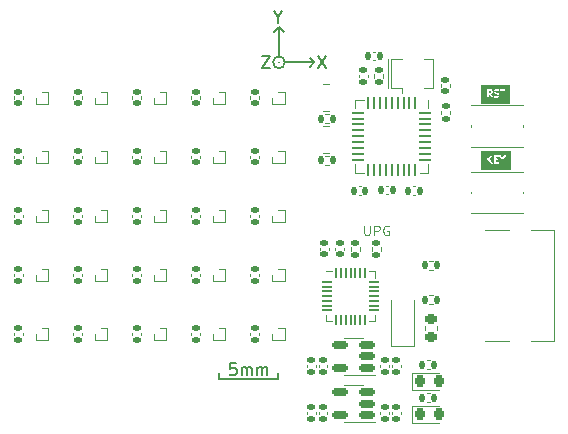
<source format=gto>
G04 #@! TF.GenerationSoftware,KiCad,Pcbnew,(7.0.0)*
G04 #@! TF.CreationDate,2024-04-08T21:26:30+08:00*
G04 #@! TF.ProjectId,LocateMagnet,4c6f6361-7465-44d6-9167-6e65742e6b69,2.0*
G04 #@! TF.SameCoordinates,Original*
G04 #@! TF.FileFunction,Legend,Top*
G04 #@! TF.FilePolarity,Positive*
%FSLAX46Y46*%
G04 Gerber Fmt 4.6, Leading zero omitted, Abs format (unit mm)*
G04 Created by KiCad (PCBNEW (7.0.0)) date 2024-04-08 21:26:30*
%MOMM*%
%LPD*%
G01*
G04 APERTURE LIST*
G04 Aperture macros list*
%AMRoundRect*
0 Rectangle with rounded corners*
0 $1 Rounding radius*
0 $2 $3 $4 $5 $6 $7 $8 $9 X,Y pos of 4 corners*
0 Add a 4 corners polygon primitive as box body*
4,1,4,$2,$3,$4,$5,$6,$7,$8,$9,$2,$3,0*
0 Add four circle primitives for the rounded corners*
1,1,$1+$1,$2,$3*
1,1,$1+$1,$4,$5*
1,1,$1+$1,$6,$7*
1,1,$1+$1,$8,$9*
0 Add four rect primitives between the rounded corners*
20,1,$1+$1,$2,$3,$4,$5,0*
20,1,$1+$1,$4,$5,$6,$7,0*
20,1,$1+$1,$6,$7,$8,$9,0*
20,1,$1+$1,$8,$9,$2,$3,0*%
G04 Aperture macros list end*
%ADD10C,0.150000*%
%ADD11C,0.100000*%
%ADD12C,0.120000*%
%ADD13RoundRect,0.140000X-0.170000X0.140000X-0.170000X-0.140000X0.170000X-0.140000X0.170000X0.140000X0*%
%ADD14RoundRect,0.140000X0.170000X-0.140000X0.170000X0.140000X-0.170000X0.140000X-0.170000X-0.140000X0*%
%ADD15C,0.250000*%
%ADD16R,0.400000X1.900000*%
%ADD17C,0.650000*%
%ADD18R,1.450000X0.600000*%
%ADD19R,1.450000X0.300000*%
%ADD20O,2.100000X1.000000*%
%ADD21O,1.600000X1.000000*%
%ADD22RoundRect,0.150000X0.512500X0.150000X-0.512500X0.150000X-0.512500X-0.150000X0.512500X-0.150000X0*%
%ADD23C,3.200000*%
%ADD24RoundRect,0.135000X0.135000X0.185000X-0.135000X0.185000X-0.135000X-0.185000X0.135000X-0.185000X0*%
%ADD25RoundRect,0.218750X-0.218750X-0.256250X0.218750X-0.256250X0.218750X0.256250X-0.218750X0.256250X0*%
%ADD26RoundRect,0.135000X0.185000X-0.135000X0.185000X0.135000X-0.185000X0.135000X-0.185000X-0.135000X0*%
%ADD27R,0.500000X0.320000*%
%ADD28R,1.050000X0.650000*%
%ADD29R,1.100000X1.100000*%
%ADD30RoundRect,0.135000X-0.135000X-0.185000X0.135000X-0.185000X0.135000X0.185000X-0.135000X0.185000X0*%
%ADD31RoundRect,0.062500X-0.062500X0.475000X-0.062500X-0.475000X0.062500X-0.475000X0.062500X0.475000X0*%
%ADD32RoundRect,0.062500X-0.475000X0.062500X-0.475000X-0.062500X0.475000X-0.062500X0.475000X0.062500X0*%
%ADD33R,4.100000X4.100000*%
%ADD34RoundRect,0.218750X-0.256250X0.218750X-0.256250X-0.218750X0.256250X-0.218750X0.256250X0.218750X0*%
%ADD35RoundRect,0.140000X0.140000X0.170000X-0.140000X0.170000X-0.140000X-0.170000X0.140000X-0.170000X0*%
%ADD36RoundRect,0.050000X-0.337400X-0.050000X0.337400X-0.050000X0.337400X0.050000X-0.337400X0.050000X0*%
%ADD37RoundRect,0.050000X-0.050000X-0.337400X0.050000X-0.337400X0.050000X0.337400X-0.050000X0.337400X0*%
%ADD38RoundRect,0.050200X-0.050200X-0.337200X0.050200X-0.337200X0.050200X0.337200X-0.050200X0.337200X0*%
%ADD39R,2.800000X2.800000*%
%ADD40RoundRect,0.140000X-0.140000X-0.170000X0.140000X-0.170000X0.140000X0.170000X-0.140000X0.170000X0*%
%ADD41RoundRect,0.135000X-0.185000X0.135000X-0.185000X-0.135000X0.185000X-0.135000X0.185000X0.135000X0*%
G04 APERTURE END LIST*
D10*
X94800000Y-74000000D02*
X94800000Y-73500000D01*
X100350000Y-47200000D02*
X102850000Y-47200000D01*
X99800000Y-74000000D02*
X94800000Y-74000000D01*
X99850000Y-46700000D02*
X99850000Y-44200000D01*
X102850000Y-47200000D02*
X102450000Y-46800000D01*
X102850000Y-47200000D02*
X102450000Y-47600000D01*
X99800000Y-74000000D02*
X99800000Y-73500000D01*
X100350000Y-47200000D02*
G75*
G03*
X100350000Y-47200000I-500000J0D01*
G01*
X99850000Y-44200000D02*
X99450000Y-44600000D01*
X99850001Y-47200000D02*
G75*
G03*
X99850001Y-47200000I-1J0D01*
G01*
X99850000Y-44200000D02*
X100250000Y-44600000D01*
X99450000Y-44600000D02*
X99850000Y-44200000D01*
X96214285Y-72682380D02*
X95738095Y-72682380D01*
X95738095Y-72682380D02*
X95690476Y-73158571D01*
X95690476Y-73158571D02*
X95738095Y-73110952D01*
X95738095Y-73110952D02*
X95833333Y-73063333D01*
X95833333Y-73063333D02*
X96071428Y-73063333D01*
X96071428Y-73063333D02*
X96166666Y-73110952D01*
X96166666Y-73110952D02*
X96214285Y-73158571D01*
X96214285Y-73158571D02*
X96261904Y-73253809D01*
X96261904Y-73253809D02*
X96261904Y-73491904D01*
X96261904Y-73491904D02*
X96214285Y-73587142D01*
X96214285Y-73587142D02*
X96166666Y-73634761D01*
X96166666Y-73634761D02*
X96071428Y-73682380D01*
X96071428Y-73682380D02*
X95833333Y-73682380D01*
X95833333Y-73682380D02*
X95738095Y-73634761D01*
X95738095Y-73634761D02*
X95690476Y-73587142D01*
X96690476Y-73682380D02*
X96690476Y-73015714D01*
X96690476Y-73110952D02*
X96738095Y-73063333D01*
X96738095Y-73063333D02*
X96833333Y-73015714D01*
X96833333Y-73015714D02*
X96976190Y-73015714D01*
X96976190Y-73015714D02*
X97071428Y-73063333D01*
X97071428Y-73063333D02*
X97119047Y-73158571D01*
X97119047Y-73158571D02*
X97119047Y-73682380D01*
X97119047Y-73158571D02*
X97166666Y-73063333D01*
X97166666Y-73063333D02*
X97261904Y-73015714D01*
X97261904Y-73015714D02*
X97404761Y-73015714D01*
X97404761Y-73015714D02*
X97500000Y-73063333D01*
X97500000Y-73063333D02*
X97547619Y-73158571D01*
X97547619Y-73158571D02*
X97547619Y-73682380D01*
X98023809Y-73682380D02*
X98023809Y-73015714D01*
X98023809Y-73110952D02*
X98071428Y-73063333D01*
X98071428Y-73063333D02*
X98166666Y-73015714D01*
X98166666Y-73015714D02*
X98309523Y-73015714D01*
X98309523Y-73015714D02*
X98404761Y-73063333D01*
X98404761Y-73063333D02*
X98452380Y-73158571D01*
X98452380Y-73158571D02*
X98452380Y-73682380D01*
X98452380Y-73158571D02*
X98499999Y-73063333D01*
X98499999Y-73063333D02*
X98595237Y-73015714D01*
X98595237Y-73015714D02*
X98738094Y-73015714D01*
X98738094Y-73015714D02*
X98833333Y-73063333D01*
X98833333Y-73063333D02*
X98880952Y-73158571D01*
X98880952Y-73158571D02*
X98880952Y-73682380D01*
D11*
X107090476Y-61025904D02*
X107090476Y-61673523D01*
X107090476Y-61673523D02*
X107128571Y-61749714D01*
X107128571Y-61749714D02*
X107166666Y-61787809D01*
X107166666Y-61787809D02*
X107242857Y-61825904D01*
X107242857Y-61825904D02*
X107395238Y-61825904D01*
X107395238Y-61825904D02*
X107471428Y-61787809D01*
X107471428Y-61787809D02*
X107509523Y-61749714D01*
X107509523Y-61749714D02*
X107547619Y-61673523D01*
X107547619Y-61673523D02*
X107547619Y-61025904D01*
X107928571Y-61825904D02*
X107928571Y-61025904D01*
X107928571Y-61025904D02*
X108233333Y-61025904D01*
X108233333Y-61025904D02*
X108309523Y-61064000D01*
X108309523Y-61064000D02*
X108347618Y-61102095D01*
X108347618Y-61102095D02*
X108385714Y-61178285D01*
X108385714Y-61178285D02*
X108385714Y-61292571D01*
X108385714Y-61292571D02*
X108347618Y-61368761D01*
X108347618Y-61368761D02*
X108309523Y-61406857D01*
X108309523Y-61406857D02*
X108233333Y-61444952D01*
X108233333Y-61444952D02*
X107928571Y-61444952D01*
X109147618Y-61064000D02*
X109071428Y-61025904D01*
X109071428Y-61025904D02*
X108957142Y-61025904D01*
X108957142Y-61025904D02*
X108842856Y-61064000D01*
X108842856Y-61064000D02*
X108766666Y-61140190D01*
X108766666Y-61140190D02*
X108728571Y-61216380D01*
X108728571Y-61216380D02*
X108690475Y-61368761D01*
X108690475Y-61368761D02*
X108690475Y-61483047D01*
X108690475Y-61483047D02*
X108728571Y-61635428D01*
X108728571Y-61635428D02*
X108766666Y-61711619D01*
X108766666Y-61711619D02*
X108842856Y-61787809D01*
X108842856Y-61787809D02*
X108957142Y-61825904D01*
X108957142Y-61825904D02*
X109033333Y-61825904D01*
X109033333Y-61825904D02*
X109147618Y-61787809D01*
X109147618Y-61787809D02*
X109185714Y-61749714D01*
X109185714Y-61749714D02*
X109185714Y-61483047D01*
X109185714Y-61483047D02*
X109033333Y-61483047D01*
D10*
G36*
X117769858Y-49610639D02*
G01*
X117781218Y-49621999D01*
X117796428Y-49652419D01*
X117796428Y-49702723D01*
X117781216Y-49733144D01*
X117769857Y-49744503D01*
X117739437Y-49759714D01*
X117675300Y-49759714D01*
X117657255Y-49757844D01*
X117653555Y-49759714D01*
X117603571Y-49759714D01*
X117603571Y-49595428D01*
X117739437Y-49595428D01*
X117769858Y-49610639D01*
G37*
G36*
X119452500Y-50698214D02*
G01*
X116947500Y-50698214D01*
X116947500Y-49845838D01*
X117451201Y-49845838D01*
X117453571Y-49851028D01*
X117453571Y-50131210D01*
X117462814Y-50162688D01*
X117496100Y-50191530D01*
X117539695Y-50197798D01*
X117579759Y-50179502D01*
X117603571Y-50142450D01*
X117603571Y-49909714D01*
X117632379Y-49909714D01*
X117816168Y-50172270D01*
X117841792Y-50192758D01*
X117885601Y-50197298D01*
X117924910Y-50177432D01*
X117947239Y-50139468D01*
X117945499Y-50095459D01*
X117804943Y-49894665D01*
X117839415Y-49877429D01*
X117851746Y-49874747D01*
X117866370Y-49860122D01*
X117881491Y-49846057D01*
X117881853Y-49844639D01*
X117889241Y-49837251D01*
X117900089Y-49830809D01*
X117909336Y-49812313D01*
X117919235Y-49794186D01*
X117919130Y-49792727D01*
X117936705Y-49757578D01*
X117946428Y-49742450D01*
X117946428Y-49727121D01*
X117949142Y-49712038D01*
X117946428Y-49705494D01*
X117946428Y-49643105D01*
X118022285Y-49643105D01*
X118024999Y-49649649D01*
X118024999Y-49687822D01*
X118023069Y-49705701D01*
X118029923Y-49719410D01*
X118034242Y-49734117D01*
X118039597Y-49738757D01*
X118057283Y-49774130D01*
X118059966Y-49786461D01*
X118074590Y-49801085D01*
X118088656Y-49816206D01*
X118090073Y-49816568D01*
X118097459Y-49823954D01*
X118103904Y-49834805D01*
X118122406Y-49844056D01*
X118140527Y-49853950D01*
X118141986Y-49853845D01*
X118168795Y-49867249D01*
X118174730Y-49873561D01*
X118188108Y-49876905D01*
X118190389Y-49878046D01*
X118198525Y-49879510D01*
X118302395Y-49905478D01*
X118341285Y-49924923D01*
X118352645Y-49936283D01*
X118367856Y-49966705D01*
X118367856Y-49988437D01*
X118352645Y-50018859D01*
X118341286Y-50030218D01*
X118310867Y-50045428D01*
X118197885Y-50045428D01*
X118113487Y-50017296D01*
X118080701Y-50016111D01*
X118042814Y-50038568D01*
X118023082Y-50077944D01*
X118027770Y-50121738D01*
X118055390Y-50156045D01*
X118153077Y-50188606D01*
X118163692Y-50195428D01*
X118184372Y-50195428D01*
X118205011Y-50196174D01*
X118206270Y-50195428D01*
X118324534Y-50195428D01*
X118342414Y-50197359D01*
X118356126Y-50190502D01*
X118370831Y-50186185D01*
X118375470Y-50180831D01*
X118410845Y-50163143D01*
X118423176Y-50160461D01*
X118437790Y-50145846D01*
X118452920Y-50131773D01*
X118453282Y-50130353D01*
X118460669Y-50122966D01*
X118471519Y-50116523D01*
X118480765Y-50098029D01*
X118490665Y-50079899D01*
X118490560Y-50078438D01*
X118508131Y-50043295D01*
X118517856Y-50028164D01*
X118517856Y-50012833D01*
X118520570Y-49997750D01*
X118517856Y-49991206D01*
X118517856Y-49953041D01*
X118519787Y-49935157D01*
X118512930Y-49921444D01*
X118508613Y-49906740D01*
X118503258Y-49902100D01*
X118485572Y-49866727D01*
X118482890Y-49854397D01*
X118468268Y-49839774D01*
X118454201Y-49824651D01*
X118452782Y-49824288D01*
X118445397Y-49816903D01*
X118438952Y-49806051D01*
X118420444Y-49796797D01*
X118402330Y-49786906D01*
X118400869Y-49787010D01*
X118374060Y-49773606D01*
X118368126Y-49767294D01*
X118354746Y-49763948D01*
X118352468Y-49762810D01*
X118344340Y-49761347D01*
X118240461Y-49735377D01*
X118201568Y-49715931D01*
X118190209Y-49704572D01*
X118174999Y-49674152D01*
X118174999Y-49652419D01*
X118190210Y-49621997D01*
X118201570Y-49610638D01*
X118231990Y-49595428D01*
X118344971Y-49595428D01*
X118429367Y-49623561D01*
X118462153Y-49624747D01*
X118500041Y-49602290D01*
X118519774Y-49562914D01*
X118516417Y-49531552D01*
X118536915Y-49531552D01*
X118555211Y-49571616D01*
X118592263Y-49595428D01*
X118710714Y-49595428D01*
X118710714Y-50131210D01*
X118719957Y-50162688D01*
X118753243Y-50191530D01*
X118796838Y-50197798D01*
X118836902Y-50179502D01*
X118860714Y-50142450D01*
X118860714Y-49595428D01*
X118967925Y-49595428D01*
X118999403Y-49586185D01*
X119028245Y-49552899D01*
X119034513Y-49509304D01*
X119016217Y-49469240D01*
X118979165Y-49445428D01*
X118791074Y-49445428D01*
X118774590Y-49443058D01*
X118769400Y-49445428D01*
X118603503Y-49445428D01*
X118572025Y-49454671D01*
X118543183Y-49487957D01*
X118536915Y-49531552D01*
X118516417Y-49531552D01*
X118515086Y-49519120D01*
X118487466Y-49484813D01*
X118389778Y-49452249D01*
X118379164Y-49445428D01*
X118358485Y-49445428D01*
X118337845Y-49444682D01*
X118336586Y-49445428D01*
X118218319Y-49445428D01*
X118200440Y-49443498D01*
X118186729Y-49450353D01*
X118172025Y-49454671D01*
X118167385Y-49460025D01*
X118132011Y-49477712D01*
X118119681Y-49480395D01*
X118105056Y-49495019D01*
X118089936Y-49509085D01*
X118089573Y-49510502D01*
X118082185Y-49517890D01*
X118071338Y-49524333D01*
X118062094Y-49542820D01*
X118052191Y-49560956D01*
X118052295Y-49562416D01*
X118034721Y-49597563D01*
X118024999Y-49612692D01*
X118024999Y-49628022D01*
X118022285Y-49643105D01*
X117946428Y-49643105D01*
X117946428Y-49638748D01*
X117948358Y-49620869D01*
X117941502Y-49607158D01*
X117937185Y-49592454D01*
X117931830Y-49587814D01*
X117914143Y-49552440D01*
X117911461Y-49540110D01*
X117896836Y-49525485D01*
X117882771Y-49510365D01*
X117881353Y-49510002D01*
X117873965Y-49502614D01*
X117867523Y-49491767D01*
X117849035Y-49482523D01*
X117830900Y-49472620D01*
X117829439Y-49472724D01*
X117794292Y-49455150D01*
X117779164Y-49445428D01*
X117763834Y-49445428D01*
X117748751Y-49442714D01*
X117742207Y-49445428D01*
X117533931Y-49445428D01*
X117517447Y-49443058D01*
X117502294Y-49449977D01*
X117486311Y-49454671D01*
X117482574Y-49458983D01*
X117477383Y-49461354D01*
X117468375Y-49475370D01*
X117457469Y-49487957D01*
X117456657Y-49493603D01*
X117453571Y-49498406D01*
X117453571Y-49515068D01*
X117451201Y-49531552D01*
X117453571Y-49536742D01*
X117453571Y-49829354D01*
X117451201Y-49845838D01*
X116947500Y-49845838D01*
X116947500Y-49101786D01*
X119452500Y-49101786D01*
X119452500Y-50698214D01*
G37*
X103192857Y-46682380D02*
X103859523Y-47682380D01*
X103859523Y-46682380D02*
X103192857Y-47682380D01*
G36*
X119466786Y-56298214D02*
G01*
X116933215Y-56298214D01*
X116933215Y-55446670D01*
X117437906Y-55446670D01*
X117439286Y-55465959D01*
X117439286Y-55731210D01*
X117448529Y-55762688D01*
X117481815Y-55791530D01*
X117525410Y-55797798D01*
X117565474Y-55779502D01*
X117589286Y-55742450D01*
X117589286Y-55494351D01*
X117591885Y-55491751D01*
X117803612Y-55774053D01*
X117829893Y-55793690D01*
X117873827Y-55796792D01*
X117912464Y-55775649D01*
X117933538Y-55736974D01*
X117933145Y-55731552D01*
X118036916Y-55731552D01*
X118043835Y-55746704D01*
X118048529Y-55762688D01*
X118052841Y-55766424D01*
X118055212Y-55771616D01*
X118069228Y-55780623D01*
X118081815Y-55791530D01*
X118087461Y-55792341D01*
X118092264Y-55795428D01*
X118108926Y-55795428D01*
X118125410Y-55797798D01*
X118130600Y-55795428D01*
X118410782Y-55795428D01*
X118442260Y-55786185D01*
X118471102Y-55752899D01*
X118477370Y-55709304D01*
X118459074Y-55669240D01*
X118422022Y-55645428D01*
X118189286Y-55645428D01*
X118189286Y-55481142D01*
X118325068Y-55481142D01*
X118356546Y-55471899D01*
X118385388Y-55438613D01*
X118391656Y-55395018D01*
X118373360Y-55354954D01*
X118336308Y-55331142D01*
X118189286Y-55331142D01*
X118189286Y-55195428D01*
X118410782Y-55195428D01*
X118442260Y-55186185D01*
X118471102Y-55152899D01*
X118472653Y-55142115D01*
X118496330Y-55142115D01*
X118696428Y-55456554D01*
X118696428Y-55731210D01*
X118705671Y-55762688D01*
X118738957Y-55791530D01*
X118782552Y-55797798D01*
X118822616Y-55779502D01*
X118846428Y-55742450D01*
X118846428Y-55456555D01*
X119040491Y-55151597D01*
X119049593Y-55120078D01*
X119036995Y-55077875D01*
X119003581Y-55049182D01*
X118959958Y-55043108D01*
X118919976Y-55061583D01*
X118771428Y-55295016D01*
X118628914Y-55071066D01*
X118604216Y-55049472D01*
X118560650Y-55043009D01*
X118520505Y-55061126D01*
X118496527Y-55098071D01*
X118496330Y-55142115D01*
X118472653Y-55142115D01*
X118477370Y-55109304D01*
X118459074Y-55069240D01*
X118422022Y-55045428D01*
X118119646Y-55045428D01*
X118103162Y-55043058D01*
X118088009Y-55049977D01*
X118072026Y-55054671D01*
X118068289Y-55058983D01*
X118063098Y-55061354D01*
X118054090Y-55075370D01*
X118043184Y-55087957D01*
X118042372Y-55093603D01*
X118039286Y-55098406D01*
X118039286Y-55115068D01*
X118036916Y-55131552D01*
X118039286Y-55136742D01*
X118039286Y-55400782D01*
X118036916Y-55417266D01*
X118039286Y-55422456D01*
X118039286Y-55715068D01*
X118036916Y-55731552D01*
X117933145Y-55731552D01*
X117930356Y-55693045D01*
X117699028Y-55384608D01*
X117917800Y-55165837D01*
X117933523Y-55137043D01*
X117930380Y-55093112D01*
X117903986Y-55057853D01*
X117862719Y-55042461D01*
X117819682Y-55051823D01*
X117589286Y-55282219D01*
X117589286Y-55109646D01*
X117580043Y-55078168D01*
X117546757Y-55049326D01*
X117503162Y-55043058D01*
X117463098Y-55061354D01*
X117439286Y-55098406D01*
X117439286Y-55444143D01*
X117437906Y-55446670D01*
X116933215Y-55446670D01*
X116933215Y-54701786D01*
X119466786Y-54701786D01*
X119466786Y-56298214D01*
G37*
X98392857Y-46682380D02*
X99059523Y-46682380D01*
X99059523Y-46682380D02*
X98392857Y-47682380D01*
X98392857Y-47682380D02*
X99059523Y-47682380D01*
X99778571Y-43406190D02*
X99778571Y-43882380D01*
X99445238Y-42882380D02*
X99778571Y-43406190D01*
X99778571Y-43406190D02*
X100111904Y-42882380D01*
D12*
X110160000Y-76792164D02*
X110160000Y-77007836D01*
X109440000Y-76792164D02*
X109440000Y-77007836D01*
X97440000Y-50307836D02*
X97440000Y-50092164D01*
X98160000Y-50307836D02*
X98160000Y-50092164D01*
X99275000Y-65200000D02*
X99275000Y-65725000D01*
X99275000Y-65725000D02*
X100325000Y-65725000D01*
X100325000Y-64675000D02*
X99800000Y-64675000D01*
X100325000Y-65725000D02*
X100325000Y-64675000D01*
X87440000Y-65307836D02*
X87440000Y-65092164D01*
X88160000Y-65307836D02*
X88160000Y-65092164D01*
X109100000Y-46962500D02*
X109100000Y-48962500D01*
X109100000Y-48962500D02*
X109100000Y-49362500D01*
X109300000Y-46962500D02*
X110300000Y-46962500D01*
X109300000Y-48962500D02*
X109300000Y-46962500D01*
X109300000Y-48962500D02*
X109300000Y-49362500D01*
X110300000Y-49362500D02*
X109300000Y-49362500D01*
X110300000Y-49362500D02*
X110300000Y-49762500D01*
X112100000Y-46962500D02*
X112900000Y-46962500D01*
X112900000Y-46962500D02*
X112900000Y-48962500D01*
X112900000Y-48962500D02*
X112900000Y-49362500D01*
X112900000Y-49362500D02*
X112100000Y-49362500D01*
X87440000Y-60307836D02*
X87440000Y-60092164D01*
X88160000Y-60307836D02*
X88160000Y-60092164D01*
X117300000Y-70800000D02*
X119300000Y-70800000D01*
X121200000Y-70800000D02*
X123100000Y-70800000D01*
X123100000Y-70800000D02*
X123100000Y-61400000D01*
X117300000Y-61400000D02*
X119300000Y-61400000D01*
X121200000Y-61400000D02*
X123100000Y-61400000D01*
X89275000Y-50200000D02*
X89275000Y-50725000D01*
X89275000Y-50725000D02*
X90325000Y-50725000D01*
X90325000Y-49675000D02*
X89800000Y-49675000D01*
X90325000Y-50725000D02*
X90325000Y-49675000D01*
X82440000Y-50307836D02*
X82440000Y-50092164D01*
X83160000Y-50307836D02*
X83160000Y-50092164D01*
X103240000Y-73007836D02*
X103240000Y-72792164D01*
X103960000Y-73007836D02*
X103960000Y-72792164D01*
X84275000Y-70200000D02*
X84275000Y-70725000D01*
X84275000Y-70725000D02*
X85325000Y-70725000D01*
X85325000Y-69675000D02*
X84800000Y-69675000D01*
X85325000Y-70725000D02*
X85325000Y-69675000D01*
X106200000Y-77660000D02*
X108000000Y-77660000D01*
X106200000Y-77660000D02*
X105400000Y-77660000D01*
X106200000Y-74540000D02*
X107000000Y-74540000D01*
X106200000Y-74540000D02*
X105400000Y-74540000D01*
X89275000Y-70200000D02*
X89275000Y-70725000D01*
X89275000Y-70725000D02*
X90325000Y-70725000D01*
X90325000Y-69675000D02*
X89800000Y-69675000D01*
X90325000Y-70725000D02*
X90325000Y-69675000D01*
X99275000Y-70200000D02*
X99275000Y-70725000D01*
X99275000Y-70725000D02*
X100325000Y-70725000D01*
X100325000Y-69675000D02*
X99800000Y-69675000D01*
X100325000Y-70725000D02*
X100325000Y-69675000D01*
X94275000Y-50200000D02*
X94275000Y-50725000D01*
X94275000Y-50725000D02*
X95325000Y-50725000D01*
X95325000Y-49675000D02*
X94800000Y-49675000D01*
X95325000Y-50725000D02*
X95325000Y-49675000D01*
X77440000Y-50307836D02*
X77440000Y-50092164D01*
X78160000Y-50307836D02*
X78160000Y-50092164D01*
X102240000Y-77007836D02*
X102240000Y-76792164D01*
X102960000Y-77007836D02*
X102960000Y-76792164D01*
X104078641Y-55855000D02*
X103771359Y-55855000D01*
X104078641Y-55095000D02*
X103771359Y-55095000D01*
X111115000Y-76265000D02*
X111115000Y-77735000D01*
X111115000Y-77735000D02*
X113400000Y-77735000D01*
X113400000Y-76265000D02*
X111115000Y-76265000D01*
X107920000Y-48516141D02*
X107920000Y-48208859D01*
X108680000Y-48516141D02*
X108680000Y-48208859D01*
X103240000Y-77007836D02*
X103240000Y-76792164D01*
X103960000Y-77007836D02*
X103960000Y-76792164D01*
X104100000Y-49060000D02*
X103600000Y-49060000D01*
X104100000Y-51340000D02*
X103600000Y-51340000D01*
X99275000Y-60200000D02*
X99275000Y-60725000D01*
X99275000Y-60725000D02*
X100325000Y-60725000D01*
X100325000Y-59675000D02*
X99800000Y-59675000D01*
X100325000Y-60725000D02*
X100325000Y-59675000D01*
X89275000Y-60200000D02*
X89275000Y-60725000D01*
X89275000Y-60725000D02*
X90325000Y-60725000D01*
X90325000Y-59675000D02*
X89800000Y-59675000D01*
X90325000Y-60725000D02*
X90325000Y-59675000D01*
X79275000Y-50200000D02*
X79275000Y-50725000D01*
X79275000Y-50725000D02*
X80325000Y-50725000D01*
X80325000Y-49675000D02*
X79800000Y-49675000D01*
X80325000Y-50725000D02*
X80325000Y-49675000D01*
X112853641Y-67680000D02*
X112546359Y-67680000D01*
X112853641Y-66920000D02*
X112546359Y-66920000D01*
X82440000Y-60307836D02*
X82440000Y-60092164D01*
X83160000Y-60307836D02*
X83160000Y-60092164D01*
X104078641Y-52355000D02*
X103771359Y-52355000D01*
X104078641Y-51595000D02*
X103771359Y-51595000D01*
X120500000Y-52550000D02*
X120500000Y-52650000D01*
X120500000Y-50850000D02*
X116100000Y-50850000D01*
X116100000Y-54350000D02*
X120500000Y-54350000D01*
X116100000Y-52550000D02*
X116100000Y-52650000D01*
X84275000Y-60200000D02*
X84275000Y-60725000D01*
X84275000Y-60725000D02*
X85325000Y-60725000D01*
X85325000Y-59675000D02*
X84800000Y-59675000D01*
X85325000Y-60725000D02*
X85325000Y-59675000D01*
X109300000Y-71200000D02*
X111300000Y-71200000D01*
X109300000Y-71200000D02*
X109300000Y-67350000D01*
X111300000Y-71200000D02*
X111300000Y-67350000D01*
X112346359Y-75220000D02*
X112653641Y-75220000D01*
X112346359Y-75980000D02*
X112653641Y-75980000D01*
X77440000Y-65307836D02*
X77440000Y-65092164D01*
X78160000Y-65307836D02*
X78160000Y-65092164D01*
X106290000Y-50352500D02*
X107015000Y-50352500D01*
X112510000Y-51077500D02*
X112510000Y-50352500D01*
X106290000Y-51077500D02*
X106290000Y-50352500D01*
X112510000Y-55847500D02*
X112510000Y-56572500D01*
X106290000Y-55847500D02*
X106290000Y-56572500D01*
X112510000Y-56572500D02*
X111785000Y-56572500D01*
X106290000Y-56572500D02*
X107015000Y-56572500D01*
X89275000Y-65200000D02*
X89275000Y-65725000D01*
X89275000Y-65725000D02*
X90325000Y-65725000D01*
X90325000Y-64675000D02*
X89800000Y-64675000D01*
X90325000Y-65725000D02*
X90325000Y-64675000D01*
X94275000Y-70200000D02*
X94275000Y-70725000D01*
X94275000Y-70725000D02*
X95325000Y-70725000D01*
X95325000Y-69675000D02*
X94800000Y-69675000D01*
X95325000Y-70725000D02*
X95325000Y-69675000D01*
X79275000Y-65200000D02*
X79275000Y-65725000D01*
X79275000Y-65725000D02*
X80325000Y-65725000D01*
X80325000Y-64675000D02*
X79800000Y-64675000D01*
X80325000Y-65725000D02*
X80325000Y-64675000D01*
X79275000Y-60200000D02*
X79275000Y-60725000D01*
X79275000Y-60725000D02*
X80325000Y-60725000D01*
X80325000Y-59675000D02*
X79800000Y-59675000D01*
X80325000Y-60725000D02*
X80325000Y-59675000D01*
X103340000Y-63097836D02*
X103340000Y-62882164D01*
X104060000Y-63097836D02*
X104060000Y-62882164D01*
X112853641Y-64780000D02*
X112546359Y-64780000D01*
X112853641Y-64020000D02*
X112546359Y-64020000D01*
X79275000Y-55200000D02*
X79275000Y-55725000D01*
X79275000Y-55725000D02*
X80325000Y-55725000D01*
X80325000Y-54675000D02*
X79800000Y-54675000D01*
X80325000Y-55725000D02*
X80325000Y-54675000D01*
X87440000Y-50307836D02*
X87440000Y-50092164D01*
X88160000Y-50307836D02*
X88160000Y-50092164D01*
X107720000Y-63153641D02*
X107720000Y-62846359D01*
X108480000Y-63153641D02*
X108480000Y-62846359D01*
X82440000Y-55307836D02*
X82440000Y-55092164D01*
X83160000Y-55307836D02*
X83160000Y-55092164D01*
X104100000Y-52585000D02*
X103600000Y-52585000D01*
X104100000Y-54865000D02*
X103600000Y-54865000D01*
X109440000Y-73007836D02*
X109440000Y-72792164D01*
X110160000Y-73007836D02*
X110160000Y-72792164D01*
X94275000Y-65200000D02*
X94275000Y-65725000D01*
X94275000Y-65725000D02*
X95325000Y-65725000D01*
X95325000Y-64675000D02*
X94800000Y-64675000D01*
X95325000Y-65725000D02*
X95325000Y-64675000D01*
X113595000Y-51603641D02*
X113595000Y-51296359D01*
X114355000Y-51603641D02*
X114355000Y-51296359D01*
X106200000Y-73660000D02*
X108000000Y-73660000D01*
X106200000Y-73660000D02*
X105400000Y-73660000D01*
X106200000Y-70540000D02*
X107000000Y-70540000D01*
X106200000Y-70540000D02*
X105400000Y-70540000D01*
X87440000Y-55307836D02*
X87440000Y-55092164D01*
X88160000Y-55307836D02*
X88160000Y-55092164D01*
X87440000Y-70307836D02*
X87440000Y-70092164D01*
X88160000Y-70307836D02*
X88160000Y-70092164D01*
X112346359Y-72420000D02*
X112653641Y-72420000D01*
X112346359Y-73180000D02*
X112653641Y-73180000D01*
X113210000Y-69537221D02*
X113210000Y-69862779D01*
X112190000Y-69537221D02*
X112190000Y-69862779D01*
X97440000Y-70307836D02*
X97440000Y-70092164D01*
X98160000Y-70307836D02*
X98160000Y-70092164D01*
X84275000Y-55200000D02*
X84275000Y-55725000D01*
X84275000Y-55725000D02*
X85325000Y-55725000D01*
X85325000Y-54675000D02*
X84800000Y-54675000D01*
X85325000Y-55725000D02*
X85325000Y-54675000D01*
X92440000Y-65307836D02*
X92440000Y-65092164D01*
X93160000Y-65307836D02*
X93160000Y-65092164D01*
X94275000Y-60200000D02*
X94275000Y-60725000D01*
X94275000Y-60725000D02*
X95325000Y-60725000D01*
X95325000Y-59675000D02*
X94800000Y-59675000D01*
X95325000Y-60725000D02*
X95325000Y-59675000D01*
X82440000Y-70307836D02*
X82440000Y-70092164D01*
X83160000Y-70307836D02*
X83160000Y-70092164D01*
X108007836Y-47022500D02*
X107792164Y-47022500D01*
X108007836Y-46302500D02*
X107792164Y-46302500D01*
X103802400Y-69110000D02*
X103802400Y-68560000D01*
X104352400Y-64890000D02*
X103802400Y-64890000D01*
X104352400Y-69110000D02*
X103802400Y-69110000D01*
X107472400Y-64890000D02*
X108022400Y-64890000D01*
X107472400Y-69110000D02*
X108022400Y-69110000D01*
X108022400Y-64890000D02*
X108022400Y-65440000D01*
X108022400Y-69110000D02*
X108022400Y-68560000D01*
X77440000Y-55307836D02*
X77440000Y-55092164D01*
X78160000Y-55307836D02*
X78160000Y-55092164D01*
X102240000Y-73007836D02*
X102240000Y-72792164D01*
X102960000Y-73007836D02*
X102960000Y-72792164D01*
X106640000Y-48470336D02*
X106640000Y-48254664D01*
X107360000Y-48470336D02*
X107360000Y-48254664D01*
X84275000Y-65200000D02*
X84275000Y-65725000D01*
X84275000Y-65725000D02*
X85325000Y-65725000D01*
X85325000Y-64675000D02*
X84800000Y-64675000D01*
X85325000Y-65725000D02*
X85325000Y-64675000D01*
X82440000Y-65307836D02*
X82440000Y-65092164D01*
X83160000Y-65307836D02*
X83160000Y-65092164D01*
X104640000Y-63097836D02*
X104640000Y-62882164D01*
X105360000Y-63097836D02*
X105360000Y-62882164D01*
X77440000Y-70307836D02*
X77440000Y-70092164D01*
X78160000Y-70307836D02*
X78160000Y-70092164D01*
X79275000Y-70200000D02*
X79275000Y-70725000D01*
X79275000Y-70725000D02*
X80325000Y-70725000D01*
X80325000Y-69675000D02*
X79800000Y-69675000D01*
X80325000Y-70725000D02*
X80325000Y-69675000D01*
X92440000Y-55307836D02*
X92440000Y-55092164D01*
X93160000Y-55307836D02*
X93160000Y-55092164D01*
X92440000Y-50307836D02*
X92440000Y-50092164D01*
X93160000Y-50307836D02*
X93160000Y-50092164D01*
X116100000Y-58250000D02*
X116100000Y-58150000D01*
X116100000Y-59950000D02*
X120500000Y-59950000D01*
X120500000Y-56450000D02*
X116100000Y-56450000D01*
X120500000Y-58250000D02*
X120500000Y-58150000D01*
X92440000Y-60307836D02*
X92440000Y-60092164D01*
X93160000Y-60307836D02*
X93160000Y-60092164D01*
X108892164Y-57672500D02*
X109107836Y-57672500D01*
X108892164Y-58392500D02*
X109107836Y-58392500D01*
X111407836Y-58422500D02*
X111192164Y-58422500D01*
X111407836Y-57702500D02*
X111192164Y-57702500D01*
X106807836Y-58422500D02*
X106592164Y-58422500D01*
X106807836Y-57702500D02*
X106592164Y-57702500D01*
X97440000Y-65307836D02*
X97440000Y-65092164D01*
X98160000Y-65307836D02*
X98160000Y-65092164D01*
X99275000Y-55200000D02*
X99275000Y-55725000D01*
X99275000Y-55725000D02*
X100325000Y-55725000D01*
X100325000Y-54675000D02*
X99800000Y-54675000D01*
X100325000Y-55725000D02*
X100325000Y-54675000D01*
X106680000Y-62836359D02*
X106680000Y-63143641D01*
X105920000Y-62836359D02*
X105920000Y-63143641D01*
X89275000Y-55200000D02*
X89275000Y-55725000D01*
X89275000Y-55725000D02*
X90325000Y-55725000D01*
X90325000Y-54675000D02*
X89800000Y-54675000D01*
X90325000Y-55725000D02*
X90325000Y-54675000D01*
X77440000Y-60307836D02*
X77440000Y-60092164D01*
X78160000Y-60307836D02*
X78160000Y-60092164D01*
X97440000Y-60307836D02*
X97440000Y-60092164D01*
X98160000Y-60307836D02*
X98160000Y-60092164D01*
X84275000Y-50200000D02*
X84275000Y-50725000D01*
X84275000Y-50725000D02*
X85325000Y-50725000D01*
X85325000Y-49675000D02*
X84800000Y-49675000D01*
X85325000Y-50725000D02*
X85325000Y-49675000D01*
X97440000Y-55307836D02*
X97440000Y-55092164D01*
X98160000Y-55307836D02*
X98160000Y-55092164D01*
X109160000Y-76792164D02*
X109160000Y-77007836D01*
X108440000Y-76792164D02*
X108440000Y-77007836D01*
X111115000Y-73465000D02*
X111115000Y-74935000D01*
X111115000Y-74935000D02*
X113400000Y-74935000D01*
X113400000Y-73465000D02*
X111115000Y-73465000D01*
X94275000Y-55200000D02*
X94275000Y-55725000D01*
X94275000Y-55725000D02*
X95325000Y-55725000D01*
X95325000Y-54675000D02*
X94800000Y-54675000D01*
X95325000Y-55725000D02*
X95325000Y-54675000D01*
X92440000Y-70307836D02*
X92440000Y-70092164D01*
X93160000Y-70307836D02*
X93160000Y-70092164D01*
X108440000Y-73007836D02*
X108440000Y-72792164D01*
X109160000Y-73007836D02*
X109160000Y-72792164D01*
X99275000Y-50200000D02*
X99275000Y-50725000D01*
X99275000Y-50725000D02*
X100325000Y-50725000D01*
X100325000Y-49675000D02*
X99800000Y-49675000D01*
X100325000Y-50725000D02*
X100325000Y-49675000D01*
X113590000Y-49257836D02*
X113590000Y-49042164D01*
X114310000Y-49257836D02*
X114310000Y-49042164D01*
%LPC*%
D10*
X80914285Y-43581714D02*
X81428571Y-43581714D01*
X81485714Y-43753142D02*
X82400000Y-43753142D01*
X81085714Y-44667428D02*
X81371428Y-44667428D01*
X81085714Y-43924571D02*
X81085714Y-44781714D01*
X81028571Y-44096000D02*
X81371428Y-44096000D01*
X81371428Y-44096000D02*
X81371428Y-44667428D01*
X81485714Y-44153142D02*
X81714285Y-44381714D01*
X81942857Y-44210285D02*
X82171428Y-44438857D01*
X81657142Y-43467428D02*
X81714285Y-43696000D01*
X82171428Y-43867428D02*
X82000000Y-44210285D01*
X82285714Y-44096000D02*
X81942857Y-44781714D01*
X81714285Y-43867428D02*
X81542857Y-44210285D01*
X81828571Y-44096000D02*
X81485714Y-44781714D01*
X82171428Y-43467428D02*
X82114285Y-43696000D01*
X81142857Y-43696000D02*
X80914285Y-44381714D01*
X81142857Y-43638857D02*
X80971428Y-44267428D01*
X81771428Y-44553142D02*
X81828571Y-44781714D01*
X81828571Y-44781714D02*
X81428571Y-44781714D01*
X82285714Y-44553142D02*
X82342857Y-44781714D01*
X82342857Y-44781714D02*
X81942857Y-44781714D01*
X82971429Y-43981714D02*
X83942857Y-43981714D01*
X83542857Y-44324571D02*
X84000000Y-44324571D01*
X82742857Y-43696000D02*
X82742857Y-43924571D01*
X83485714Y-43981714D02*
X83485714Y-44781714D01*
X82742857Y-43696000D02*
X84114286Y-43696000D01*
X84114286Y-43696000D02*
X84114286Y-43924571D01*
X83428571Y-43467428D02*
X83428571Y-43696000D01*
X83028571Y-44210285D02*
X82800000Y-44781714D01*
X82971429Y-44496000D02*
X83257143Y-44724571D01*
X83257143Y-44724571D02*
X83828571Y-44838857D01*
X83828571Y-44838857D02*
X84171429Y-44838857D01*
X84914286Y-43810285D02*
X85885715Y-43810285D01*
X84857143Y-44781714D02*
X85942858Y-44781714D01*
X84742858Y-43753142D02*
X84742858Y-44838857D01*
X85428572Y-43467428D02*
X85428572Y-43810285D01*
X85714286Y-43981714D02*
X85485715Y-44781714D01*
X85142858Y-43981714D02*
X85200000Y-44610285D01*
X84857143Y-43524571D02*
X84685715Y-43867428D01*
X84685715Y-43867428D02*
X84457143Y-44096000D01*
X86228572Y-44324571D02*
X87600001Y-44324571D01*
X86971429Y-44324571D02*
X86971429Y-44838857D01*
X87314287Y-44496000D02*
X87428572Y-44553142D01*
X87428572Y-44553142D02*
X87714287Y-44781714D01*
X87371429Y-44096000D02*
X87657144Y-44438857D01*
X86571429Y-44496000D02*
X86285715Y-44781714D01*
X87600001Y-43524571D02*
X86857144Y-43638857D01*
X86857144Y-43638857D02*
X86342858Y-43638857D01*
X86800001Y-43638857D02*
X86514287Y-43981714D01*
X86514287Y-43981714D02*
X86857144Y-44096000D01*
X87257144Y-43753142D02*
X86685715Y-44324571D01*
X88628573Y-43753142D02*
X89485716Y-43753142D01*
X88971430Y-44153142D02*
X89371430Y-44153142D01*
X88628573Y-44153142D02*
X89142858Y-44153142D01*
X89142858Y-44838857D02*
X89485716Y-44838857D01*
X89200001Y-44210285D02*
X89200001Y-44838857D01*
X89485716Y-44667428D02*
X89428573Y-44838857D01*
X89200001Y-43924571D02*
X89428573Y-44096000D01*
X88171430Y-43810285D02*
X88057144Y-44038857D01*
X88457144Y-43867428D02*
X88342858Y-44038857D01*
X88342858Y-44038857D02*
X88000001Y-44381714D01*
X89028573Y-43753142D02*
X88857144Y-43924571D01*
X88857144Y-43924571D02*
X88628573Y-44153142D01*
X88971430Y-43467428D02*
X89028573Y-43696000D01*
X88342858Y-43467428D02*
X88114287Y-43924571D01*
X88685716Y-44724571D02*
X88457144Y-44838857D01*
X88800001Y-44267428D02*
X88742858Y-44667428D01*
X88400001Y-43981714D02*
X88000001Y-44038857D01*
X88457144Y-44324571D02*
X88000001Y-44381714D01*
X88457144Y-44610285D02*
X88000001Y-44724571D01*
D13*
X109800000Y-76420000D03*
X109800000Y-77380000D03*
D14*
X97800000Y-50680000D03*
X97800000Y-49720000D03*
D15*
X99600000Y-65000000D03*
X100000000Y-65000000D03*
X99600000Y-65400000D03*
X100000000Y-65400000D03*
D14*
X87800000Y-65680000D03*
X87800000Y-64720000D03*
D16*
X109899999Y-48162499D03*
X111099999Y-48162499D03*
X112299999Y-48162499D03*
D14*
X87800000Y-60680000D03*
X87800000Y-59720000D03*
D17*
X116600000Y-68990000D03*
X116600000Y-63210000D03*
D18*
X115154999Y-69349999D03*
X115154999Y-68549999D03*
D19*
X115154999Y-67349999D03*
X115154999Y-66349999D03*
X115154999Y-65849999D03*
X115154999Y-64849999D03*
D18*
X115154999Y-63649999D03*
X115154999Y-62849999D03*
X115154999Y-62849999D03*
X115154999Y-63649999D03*
D19*
X115154999Y-64349999D03*
X115154999Y-65349999D03*
X115154999Y-66849999D03*
X115154999Y-67849999D03*
D18*
X115154999Y-68549999D03*
X115154999Y-69349999D03*
D20*
X116069999Y-70419999D03*
D21*
X120249999Y-70419999D03*
D20*
X116069999Y-61779999D03*
D21*
X120249999Y-61779999D03*
D15*
X89600000Y-50000000D03*
X90000000Y-50000000D03*
X89600000Y-50400000D03*
X90000000Y-50400000D03*
D14*
X82800000Y-50680000D03*
X82800000Y-49720000D03*
X103600000Y-73380000D03*
X103600000Y-72420000D03*
D15*
X84600000Y-70000000D03*
X85000000Y-70000000D03*
X84600000Y-70400000D03*
X85000000Y-70400000D03*
D22*
X107337500Y-77050000D03*
X107337500Y-76100000D03*
X107337500Y-75150000D03*
X105062500Y-75150000D03*
X105062500Y-77050000D03*
D23*
X75800000Y-75200000D03*
D15*
X89600000Y-70000000D03*
X90000000Y-70000000D03*
X89600000Y-70400000D03*
X90000000Y-70400000D03*
X99600000Y-70000000D03*
X100000000Y-70000000D03*
X99600000Y-70400000D03*
X100000000Y-70400000D03*
X94600000Y-50000000D03*
X95000000Y-50000000D03*
X94600000Y-50400000D03*
X95000000Y-50400000D03*
D14*
X77800000Y-50680000D03*
X77800000Y-49720000D03*
X102600000Y-77380000D03*
X102600000Y-76420000D03*
D24*
X104435000Y-55475000D03*
X103415000Y-55475000D03*
D25*
X111812500Y-77000000D03*
X113387500Y-77000000D03*
D26*
X108300000Y-48872500D03*
X108300000Y-47852500D03*
D14*
X103600000Y-77380000D03*
X103600000Y-76420000D03*
D23*
X118200000Y-45200000D03*
D27*
X103349999Y-49449999D03*
X103349999Y-49949999D03*
X103349999Y-50449999D03*
X103349999Y-50949999D03*
X104349999Y-50949999D03*
X104349999Y-50449999D03*
X104349999Y-49949999D03*
X104349999Y-49449999D03*
D15*
X99600000Y-60000000D03*
X100000000Y-60000000D03*
X99600000Y-60400000D03*
X100000000Y-60400000D03*
X89600000Y-60000000D03*
X90000000Y-60000000D03*
X89600000Y-60400000D03*
X90000000Y-60400000D03*
X79600000Y-50000000D03*
X80000000Y-50000000D03*
X79600000Y-50400000D03*
X80000000Y-50400000D03*
D24*
X113210000Y-67300000D03*
X112190000Y-67300000D03*
D14*
X82800000Y-60680000D03*
X82800000Y-59720000D03*
D24*
X104435000Y-51975000D03*
X103415000Y-51975000D03*
D28*
X120374999Y-53674999D03*
X116224999Y-53674999D03*
X120374999Y-51524999D03*
X116249999Y-51524999D03*
D23*
X75800000Y-45200000D03*
D15*
X84600000Y-60000000D03*
X85000000Y-60000000D03*
X84600000Y-60400000D03*
X85000000Y-60400000D03*
D29*
X110299999Y-70399999D03*
X110299999Y-67599999D03*
D30*
X111990000Y-75600000D03*
X113010000Y-75600000D03*
D14*
X77800000Y-65680000D03*
X77800000Y-64720000D03*
D31*
X111400000Y-50625000D03*
X110900000Y-50625000D03*
X110400000Y-50625000D03*
X109900000Y-50625000D03*
X109400000Y-50625000D03*
X108900000Y-50625000D03*
X108400000Y-50625000D03*
X107900000Y-50625000D03*
X107400000Y-50625000D03*
D32*
X106562500Y-51462500D03*
X106562500Y-51962500D03*
X106562500Y-52462500D03*
X106562500Y-52962500D03*
X106562500Y-53462500D03*
X106562500Y-53962500D03*
X106562500Y-54462500D03*
X106562500Y-54962500D03*
X106562500Y-55462500D03*
D31*
X107400000Y-56300000D03*
X107900000Y-56300000D03*
X108400000Y-56300000D03*
X108900000Y-56300000D03*
X109400000Y-56300000D03*
X109900000Y-56300000D03*
X110400000Y-56300000D03*
X110900000Y-56300000D03*
X111400000Y-56300000D03*
D32*
X112237500Y-55462500D03*
X112237500Y-54962500D03*
X112237500Y-54462500D03*
X112237500Y-53962500D03*
X112237500Y-53462500D03*
X112237500Y-52962500D03*
X112237500Y-52462500D03*
X112237500Y-51962500D03*
X112237500Y-51462500D03*
D33*
X109399999Y-53462499D03*
D15*
X89600000Y-65000000D03*
X90000000Y-65000000D03*
X89600000Y-65400000D03*
X90000000Y-65400000D03*
X94600000Y-70000000D03*
X95000000Y-70000000D03*
X94600000Y-70400000D03*
X95000000Y-70400000D03*
X79600000Y-65000000D03*
X80000000Y-65000000D03*
X79600000Y-65400000D03*
X80000000Y-65400000D03*
X79600000Y-60000000D03*
X80000000Y-60000000D03*
X79600000Y-60400000D03*
X80000000Y-60400000D03*
D14*
X103700000Y-63470000D03*
X103700000Y-62510000D03*
D24*
X113210000Y-64400000D03*
X112190000Y-64400000D03*
D15*
X79600000Y-55000000D03*
X80000000Y-55000000D03*
X79600000Y-55400000D03*
X80000000Y-55400000D03*
D23*
X118200000Y-75200000D03*
D14*
X87800000Y-50680000D03*
X87800000Y-49720000D03*
D26*
X108100000Y-63510000D03*
X108100000Y-62490000D03*
D14*
X82800000Y-55680000D03*
X82800000Y-54720000D03*
D27*
X103349999Y-52974999D03*
X103349999Y-53474999D03*
X103349999Y-53974999D03*
X103349999Y-54474999D03*
X104349999Y-54474999D03*
X104349999Y-53974999D03*
X104349999Y-53474999D03*
X104349999Y-52974999D03*
D14*
X109800000Y-73380000D03*
X109800000Y-72420000D03*
D15*
X94600000Y-65000000D03*
X95000000Y-65000000D03*
X94600000Y-65400000D03*
X95000000Y-65400000D03*
D26*
X113975000Y-51960000D03*
X113975000Y-50940000D03*
D22*
X107337500Y-73050000D03*
X107337500Y-72100000D03*
X107337500Y-71150000D03*
X105062500Y-71150000D03*
X105062500Y-73050000D03*
D14*
X87800000Y-55680000D03*
X87800000Y-54720000D03*
X87800000Y-70680000D03*
X87800000Y-69720000D03*
D30*
X111990000Y-72800000D03*
X113010000Y-72800000D03*
D34*
X112700000Y-68912500D03*
X112700000Y-70487500D03*
D14*
X97800000Y-70680000D03*
X97800000Y-69720000D03*
D15*
X84600000Y-55000000D03*
X85000000Y-55000000D03*
X84600000Y-55400000D03*
X85000000Y-55400000D03*
D14*
X92800000Y-65680000D03*
X92800000Y-64720000D03*
D15*
X94600000Y-60000000D03*
X95000000Y-60000000D03*
X94600000Y-60400000D03*
X95000000Y-60400000D03*
D14*
X82800000Y-70680000D03*
X82800000Y-69720000D03*
D35*
X108380000Y-46662500D03*
X107420000Y-46662500D03*
D36*
X103924800Y-65800000D03*
X103924800Y-66200000D03*
X103924800Y-66600000D03*
X103924800Y-67000000D03*
X103924800Y-67400000D03*
X103924800Y-67800000D03*
X103924800Y-68200000D03*
D37*
X104712400Y-68987600D03*
X105112400Y-68987600D03*
X105512400Y-68987600D03*
D38*
X105913600Y-68987600D03*
D37*
X106312400Y-68987600D03*
X106712400Y-68987600D03*
X107112400Y-68987600D03*
D36*
X107900000Y-68200000D03*
X107900000Y-67800000D03*
X107900000Y-67400000D03*
X107900000Y-67000000D03*
X107900000Y-66600000D03*
X107900000Y-66200000D03*
X107900000Y-65800000D03*
D37*
X107112400Y-65012400D03*
X106712400Y-65012400D03*
X106312400Y-65012400D03*
X105912400Y-65012400D03*
X105512400Y-65012400D03*
X105112400Y-65012400D03*
X104712400Y-65012400D03*
D39*
X105912399Y-66999999D03*
D14*
X77800000Y-55680000D03*
X77800000Y-54720000D03*
X102600000Y-73380000D03*
X102600000Y-72420000D03*
X107000000Y-48842500D03*
X107000000Y-47882500D03*
D15*
X84600000Y-65000000D03*
X85000000Y-65000000D03*
X84600000Y-65400000D03*
X85000000Y-65400000D03*
D14*
X82800000Y-65680000D03*
X82800000Y-64720000D03*
X105000000Y-63470000D03*
X105000000Y-62510000D03*
X77800000Y-70680000D03*
X77800000Y-69720000D03*
D15*
X79600000Y-70000000D03*
X80000000Y-70000000D03*
X79600000Y-70400000D03*
X80000000Y-70400000D03*
D14*
X92800000Y-55680000D03*
X92800000Y-54720000D03*
X92800000Y-50680000D03*
X92800000Y-49720000D03*
D28*
X116224999Y-57124999D03*
X120374999Y-57124999D03*
X116224999Y-59274999D03*
X120349999Y-59274999D03*
D14*
X92800000Y-60680000D03*
X92800000Y-59720000D03*
D40*
X108520000Y-58032500D03*
X109480000Y-58032500D03*
D35*
X111780000Y-58062500D03*
X110820000Y-58062500D03*
X107180000Y-58062500D03*
X106220000Y-58062500D03*
D14*
X97800000Y-65680000D03*
X97800000Y-64720000D03*
D15*
X99600000Y-55000000D03*
X100000000Y-55000000D03*
X99600000Y-55400000D03*
X100000000Y-55400000D03*
D41*
X106300000Y-62480000D03*
X106300000Y-63500000D03*
D15*
X89600000Y-55000000D03*
X90000000Y-55000000D03*
X89600000Y-55400000D03*
X90000000Y-55400000D03*
D14*
X77800000Y-60680000D03*
X77800000Y-59720000D03*
X97800000Y-60680000D03*
X97800000Y-59720000D03*
D15*
X84600000Y-50000000D03*
X85000000Y-50000000D03*
X84600000Y-50400000D03*
X85000000Y-50400000D03*
D14*
X97800000Y-55680000D03*
X97800000Y-54720000D03*
D13*
X108800000Y-76420000D03*
X108800000Y-77380000D03*
D25*
X111812500Y-74200000D03*
X113387500Y-74200000D03*
D15*
X94600000Y-55000000D03*
X95000000Y-55000000D03*
X94600000Y-55400000D03*
X95000000Y-55400000D03*
D14*
X92800000Y-70680000D03*
X92800000Y-69720000D03*
X108800000Y-73380000D03*
X108800000Y-72420000D03*
D15*
X99600000Y-50000000D03*
X100000000Y-50000000D03*
X99600000Y-50400000D03*
X100000000Y-50400000D03*
D14*
X113950000Y-49630000D03*
X113950000Y-48670000D03*
G36*
X91838000Y-45066613D02*
G01*
X91883387Y-45112000D01*
X91900000Y-45174000D01*
X91900000Y-47426000D01*
X91883387Y-47488000D01*
X91838000Y-47533387D01*
X91776000Y-47550000D01*
X80474000Y-47550000D01*
X80412000Y-47533387D01*
X80366613Y-47488000D01*
X80350000Y-47426000D01*
X80350000Y-45174000D01*
X80366613Y-45112000D01*
X80412000Y-45066613D01*
X80474000Y-45050000D01*
X91776000Y-45050000D01*
X91838000Y-45066613D01*
G37*
M02*

</source>
